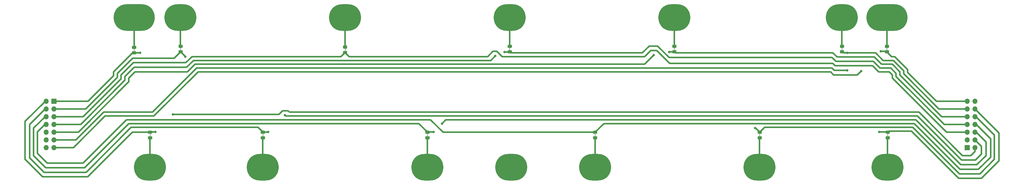
<source format=gbr>
%TF.GenerationSoftware,KiCad,Pcbnew,(5.1.9-0-10_14)*%
%TF.CreationDate,2022-08-31T22:56:09-04:00*%
%TF.ProjectId,47AhFoMoCo,34374168-466f-44d6-9f43-6f2e6b696361,rev?*%
%TF.SameCoordinates,Original*%
%TF.FileFunction,Copper,L2,Bot*%
%TF.FilePolarity,Positive*%
%FSLAX46Y46*%
G04 Gerber Fmt 4.6, Leading zero omitted, Abs format (unit mm)*
G04 Created by KiCad (PCBNEW (5.1.9-0-10_14)) date 2022-08-31 22:56:09*
%MOMM*%
%LPD*%
G01*
G04 APERTURE LIST*
%TA.AperFunction,ComponentPad*%
%ADD10R,1.700000X1.700000*%
%TD*%
%TA.AperFunction,ComponentPad*%
%ADD11O,1.700000X1.700000*%
%TD*%
%TA.AperFunction,ComponentPad*%
%ADD12O,10.500000X8.750000*%
%TD*%
%TA.AperFunction,ComponentPad*%
%ADD13O,13.500000X8.750000*%
%TD*%
%TA.AperFunction,ViaPad*%
%ADD14C,0.800000*%
%TD*%
%TA.AperFunction,Conductor*%
%ADD15C,0.200000*%
%TD*%
%TA.AperFunction,Conductor*%
%ADD16C,0.500000*%
%TD*%
G04 APERTURE END LIST*
%TO.P,R2,2*%
%TO.N,/CELL01p*%
%TA.AperFunction,SMDPad,CuDef*%
G36*
G01*
X75299998Y-120900000D02*
X76200002Y-120900000D01*
G75*
G02*
X76450000Y-121149998I0J-249998D01*
G01*
X76450000Y-121675002D01*
G75*
G02*
X76200002Y-121925000I-249998J0D01*
G01*
X75299998Y-121925000D01*
G75*
G02*
X75050000Y-121675002I0J249998D01*
G01*
X75050000Y-121149998D01*
G75*
G02*
X75299998Y-120900000I249998J0D01*
G01*
G37*
%TD.AperFunction*%
%TO.P,R2,1*%
%TO.N,/CELL01p_CONN*%
%TA.AperFunction,SMDPad,CuDef*%
G36*
G01*
X75299998Y-119075000D02*
X76200002Y-119075000D01*
G75*
G02*
X76450000Y-119324998I0J-249998D01*
G01*
X76450000Y-119850002D01*
G75*
G02*
X76200002Y-120100000I-249998J0D01*
G01*
X75299998Y-120100000D01*
G75*
G02*
X75050000Y-119850002I0J249998D01*
G01*
X75050000Y-119324998D01*
G75*
G02*
X75299998Y-119075000I249998J0D01*
G01*
G37*
%TD.AperFunction*%
%TD*%
%TO.P,R1,1*%
%TO.N,/CELL01n_CONN*%
%TA.AperFunction,SMDPad,CuDef*%
G36*
G01*
X70950002Y-94012500D02*
X70049998Y-94012500D01*
G75*
G02*
X69800000Y-93762502I0J249998D01*
G01*
X69800000Y-93237498D01*
G75*
G02*
X70049998Y-92987500I249998J0D01*
G01*
X70950002Y-92987500D01*
G75*
G02*
X71200000Y-93237498I0J-249998D01*
G01*
X71200000Y-93762502D01*
G75*
G02*
X70950002Y-94012500I-249998J0D01*
G01*
G37*
%TD.AperFunction*%
%TO.P,R1,2*%
%TO.N,/CELL01n*%
%TA.AperFunction,SMDPad,CuDef*%
G36*
G01*
X70950002Y-92187500D02*
X70049998Y-92187500D01*
G75*
G02*
X69800000Y-91937502I0J249998D01*
G01*
X69800000Y-91412498D01*
G75*
G02*
X70049998Y-91162500I249998J0D01*
G01*
X70950002Y-91162500D01*
G75*
G02*
X71200000Y-91412498I0J-249998D01*
G01*
X71200000Y-91937502D01*
G75*
G02*
X70950002Y-92187500I-249998J0D01*
G01*
G37*
%TD.AperFunction*%
%TD*%
%TO.P,R3,1*%
%TO.N,/CELL02p_CONN*%
%TA.AperFunction,SMDPad,CuDef*%
G36*
G01*
X86200002Y-93675000D02*
X85299998Y-93675000D01*
G75*
G02*
X85050000Y-93425002I0J249998D01*
G01*
X85050000Y-92899998D01*
G75*
G02*
X85299998Y-92650000I249998J0D01*
G01*
X86200002Y-92650000D01*
G75*
G02*
X86450000Y-92899998I0J-249998D01*
G01*
X86450000Y-93425002D01*
G75*
G02*
X86200002Y-93675000I-249998J0D01*
G01*
G37*
%TD.AperFunction*%
%TO.P,R3,2*%
%TO.N,/CELL02p*%
%TA.AperFunction,SMDPad,CuDef*%
G36*
G01*
X86200002Y-91850000D02*
X85299998Y-91850000D01*
G75*
G02*
X85050000Y-91600002I0J249998D01*
G01*
X85050000Y-91074998D01*
G75*
G02*
X85299998Y-90825000I249998J0D01*
G01*
X86200002Y-90825000D01*
G75*
G02*
X86450000Y-91074998I0J-249998D01*
G01*
X86450000Y-91600002D01*
G75*
G02*
X86200002Y-91850000I-249998J0D01*
G01*
G37*
%TD.AperFunction*%
%TD*%
%TO.P,R4,2*%
%TO.N,/CELL03p*%
%TA.AperFunction,SMDPad,CuDef*%
G36*
G01*
X112299998Y-120900000D02*
X113200002Y-120900000D01*
G75*
G02*
X113450000Y-121149998I0J-249998D01*
G01*
X113450000Y-121675002D01*
G75*
G02*
X113200002Y-121925000I-249998J0D01*
G01*
X112299998Y-121925000D01*
G75*
G02*
X112050000Y-121675002I0J249998D01*
G01*
X112050000Y-121149998D01*
G75*
G02*
X112299998Y-120900000I249998J0D01*
G01*
G37*
%TD.AperFunction*%
%TO.P,R4,1*%
%TO.N,/CELL03p_CONN*%
%TA.AperFunction,SMDPad,CuDef*%
G36*
G01*
X112299998Y-119075000D02*
X113200002Y-119075000D01*
G75*
G02*
X113450000Y-119324998I0J-249998D01*
G01*
X113450000Y-119850002D01*
G75*
G02*
X113200002Y-120100000I-249998J0D01*
G01*
X112299998Y-120100000D01*
G75*
G02*
X112050000Y-119850002I0J249998D01*
G01*
X112050000Y-119324998D01*
G75*
G02*
X112299998Y-119075000I249998J0D01*
G01*
G37*
%TD.AperFunction*%
%TD*%
%TO.P,R5,1*%
%TO.N,/CELL04p_CONN*%
%TA.AperFunction,SMDPad,CuDef*%
G36*
G01*
X140162502Y-93925000D02*
X139262498Y-93925000D01*
G75*
G02*
X139012500Y-93675002I0J249998D01*
G01*
X139012500Y-93149998D01*
G75*
G02*
X139262498Y-92900000I249998J0D01*
G01*
X140162502Y-92900000D01*
G75*
G02*
X140412500Y-93149998I0J-249998D01*
G01*
X140412500Y-93675002D01*
G75*
G02*
X140162502Y-93925000I-249998J0D01*
G01*
G37*
%TD.AperFunction*%
%TO.P,R5,2*%
%TO.N,/CELL04p*%
%TA.AperFunction,SMDPad,CuDef*%
G36*
G01*
X140162502Y-92100000D02*
X139262498Y-92100000D01*
G75*
G02*
X139012500Y-91850002I0J249998D01*
G01*
X139012500Y-91324998D01*
G75*
G02*
X139262498Y-91075000I249998J0D01*
G01*
X140162502Y-91075000D01*
G75*
G02*
X140412500Y-91324998I0J-249998D01*
G01*
X140412500Y-91850002D01*
G75*
G02*
X140162502Y-92100000I-249998J0D01*
G01*
G37*
%TD.AperFunction*%
%TD*%
%TO.P,R6,2*%
%TO.N,/CELL05p*%
%TA.AperFunction,SMDPad,CuDef*%
G36*
G01*
X166299998Y-120900000D02*
X167200002Y-120900000D01*
G75*
G02*
X167450000Y-121149998I0J-249998D01*
G01*
X167450000Y-121675002D01*
G75*
G02*
X167200002Y-121925000I-249998J0D01*
G01*
X166299998Y-121925000D01*
G75*
G02*
X166050000Y-121675002I0J249998D01*
G01*
X166050000Y-121149998D01*
G75*
G02*
X166299998Y-120900000I249998J0D01*
G01*
G37*
%TD.AperFunction*%
%TO.P,R6,1*%
%TO.N,/CELL05p_CONN*%
%TA.AperFunction,SMDPad,CuDef*%
G36*
G01*
X166299998Y-119075000D02*
X167200002Y-119075000D01*
G75*
G02*
X167450000Y-119324998I0J-249998D01*
G01*
X167450000Y-119850002D01*
G75*
G02*
X167200002Y-120100000I-249998J0D01*
G01*
X166299998Y-120100000D01*
G75*
G02*
X166050000Y-119850002I0J249998D01*
G01*
X166050000Y-119324998D01*
G75*
G02*
X166299998Y-119075000I249998J0D01*
G01*
G37*
%TD.AperFunction*%
%TD*%
%TO.P,R7,1*%
%TO.N,/CELL06p_CONN*%
%TA.AperFunction,SMDPad,CuDef*%
G36*
G01*
X194200002Y-93675000D02*
X193299998Y-93675000D01*
G75*
G02*
X193050000Y-93425002I0J249998D01*
G01*
X193050000Y-92899998D01*
G75*
G02*
X193299998Y-92650000I249998J0D01*
G01*
X194200002Y-92650000D01*
G75*
G02*
X194450000Y-92899998I0J-249998D01*
G01*
X194450000Y-93425002D01*
G75*
G02*
X194200002Y-93675000I-249998J0D01*
G01*
G37*
%TD.AperFunction*%
%TO.P,R7,2*%
%TO.N,/CELL06p*%
%TA.AperFunction,SMDPad,CuDef*%
G36*
G01*
X194200002Y-91850000D02*
X193299998Y-91850000D01*
G75*
G02*
X193050000Y-91600002I0J249998D01*
G01*
X193050000Y-91074998D01*
G75*
G02*
X193299998Y-90825000I249998J0D01*
G01*
X194200002Y-90825000D01*
G75*
G02*
X194450000Y-91074998I0J-249998D01*
G01*
X194450000Y-91600002D01*
G75*
G02*
X194200002Y-91850000I-249998J0D01*
G01*
G37*
%TD.AperFunction*%
%TD*%
D10*
%TO.P,J13,1*%
%TO.N,/CELL01n_CONN*%
X343790000Y-124630000D03*
D11*
%TO.P,J13,2*%
%TO.N,/CELL01p_CONN*%
X346330000Y-124630000D03*
%TO.P,J13,3*%
%TO.N,/CELL02p_CONN*%
X343790000Y-122090000D03*
%TO.P,J13,4*%
%TO.N,/CELL03p_CONN*%
X346330000Y-122090000D03*
%TO.P,J13,5*%
%TO.N,/CELL04p_CONN*%
X343790000Y-119550000D03*
%TO.P,J13,6*%
%TO.N,/CELL05p_CONN*%
X346330000Y-119550000D03*
%TO.P,J13,7*%
%TO.N,/CELL06p_CONN*%
X343790000Y-117010000D03*
%TO.P,J13,8*%
%TO.N,/CELL07p_CONN*%
X346330000Y-117010000D03*
%TO.P,J13,9*%
%TO.N,/CELL08p_CONN*%
X343790000Y-114470000D03*
%TO.P,J13,10*%
%TO.N,/CELL09p_CONN*%
X346330000Y-114470000D03*
%TO.P,J13,11*%
%TO.N,/CELL10p_CONN*%
X343790000Y-111930000D03*
%TO.P,J13,12*%
%TO.N,/CELL11p_CONN*%
X346330000Y-111930000D03*
%TO.P,J13,13*%
%TO.N,/CELL12p_CONN*%
X343790000Y-109390000D03*
%TO.P,J13,14*%
%TO.N,Net-(J13-Pad14)*%
X346330000Y-109390000D03*
%TD*%
%TO.P,J14,14*%
%TO.N,Net-(J14-Pad14)*%
X41670000Y-124630000D03*
%TO.P,J14,13*%
%TO.N,/CELL12p_CONN*%
X44210000Y-124630000D03*
%TO.P,J14,12*%
%TO.N,/CELL11p_CONN*%
X41670000Y-122090000D03*
%TO.P,J14,11*%
%TO.N,/CELL10p_CONN*%
X44210000Y-122090000D03*
%TO.P,J14,10*%
%TO.N,/CELL09p_CONN*%
X41670000Y-119550000D03*
%TO.P,J14,9*%
%TO.N,/CELL08p_CONN*%
X44210000Y-119550000D03*
%TO.P,J14,8*%
%TO.N,/CELL07p_CONN*%
X41670000Y-117010000D03*
%TO.P,J14,7*%
%TO.N,/CELL06p_CONN*%
X44210000Y-117010000D03*
%TO.P,J14,6*%
%TO.N,/CELL05p_CONN*%
X41670000Y-114470000D03*
%TO.P,J14,5*%
%TO.N,/CELL04p_CONN*%
X44210000Y-114470000D03*
%TO.P,J14,4*%
%TO.N,/CELL03p_CONN*%
X41670000Y-111930000D03*
%TO.P,J14,3*%
%TO.N,/CELL02p_CONN*%
X44210000Y-111930000D03*
%TO.P,J14,2*%
%TO.N,/CELL01p_CONN*%
X41670000Y-109390000D03*
D10*
%TO.P,J14,1*%
%TO.N,/CELL01n_CONN*%
X44210000Y-109390000D03*
%TD*%
D12*
%TO.P,J10p1,1*%
%TO.N,/CELL10p*%
X302700000Y-81900000D03*
%TD*%
%TO.P,J11p1,1*%
%TO.N,/CELL11p*%
X317700000Y-131100000D03*
%TD*%
D13*
%TO.P,J12p1,1*%
%TO.N,/CELL12p*%
X317500000Y-81900000D03*
%TD*%
%TO.P,J1n1,1*%
%TO.N,/CELL01n*%
X70500000Y-81900000D03*
%TD*%
D12*
%TO.P,J1p1,1*%
%TO.N,/CELL01p*%
X75700000Y-131100000D03*
%TD*%
%TO.P,J2p1,1*%
%TO.N,/CELL02p*%
X85700000Y-81900000D03*
%TD*%
%TO.P,J3p1,1*%
%TO.N,/CELL03p*%
X112700000Y-131100000D03*
%TD*%
%TO.P,J4p1,1*%
%TO.N,/CELL04p*%
X139700000Y-81900000D03*
%TD*%
%TO.P,J5p1,1*%
%TO.N,/CELL05p*%
X166700000Y-131100000D03*
%TD*%
%TO.P,J6p1,1*%
%TO.N,/CELL06p*%
X193700000Y-81900000D03*
%TD*%
%TO.P,J7p1,1*%
%TO.N,/CELL07p*%
X221700000Y-131100000D03*
%TD*%
%TO.P,J8p1,1*%
%TO.N,/CELL08p*%
X247700000Y-81900000D03*
%TD*%
%TO.P,J9p1,1*%
%TO.N,/CELL09p*%
X275700000Y-131100000D03*
%TD*%
%TO.P,R8,2*%
%TO.N,/CELL07p*%
%TA.AperFunction,SMDPad,CuDef*%
G36*
G01*
X221299998Y-120900000D02*
X222200002Y-120900000D01*
G75*
G02*
X222450000Y-121149998I0J-249998D01*
G01*
X222450000Y-121675002D01*
G75*
G02*
X222200002Y-121925000I-249998J0D01*
G01*
X221299998Y-121925000D01*
G75*
G02*
X221050000Y-121675002I0J249998D01*
G01*
X221050000Y-121149998D01*
G75*
G02*
X221299998Y-120900000I249998J0D01*
G01*
G37*
%TD.AperFunction*%
%TO.P,R8,1*%
%TO.N,/CELL07p_CONN*%
%TA.AperFunction,SMDPad,CuDef*%
G36*
G01*
X221299998Y-119075000D02*
X222200002Y-119075000D01*
G75*
G02*
X222450000Y-119324998I0J-249998D01*
G01*
X222450000Y-119850002D01*
G75*
G02*
X222200002Y-120100000I-249998J0D01*
G01*
X221299998Y-120100000D01*
G75*
G02*
X221050000Y-119850002I0J249998D01*
G01*
X221050000Y-119324998D01*
G75*
G02*
X221299998Y-119075000I249998J0D01*
G01*
G37*
%TD.AperFunction*%
%TD*%
%TO.P,R9,1*%
%TO.N,/CELL08p_CONN*%
%TA.AperFunction,SMDPad,CuDef*%
G36*
G01*
X248200002Y-93675000D02*
X247299998Y-93675000D01*
G75*
G02*
X247050000Y-93425002I0J249998D01*
G01*
X247050000Y-92899998D01*
G75*
G02*
X247299998Y-92650000I249998J0D01*
G01*
X248200002Y-92650000D01*
G75*
G02*
X248450000Y-92899998I0J-249998D01*
G01*
X248450000Y-93425002D01*
G75*
G02*
X248200002Y-93675000I-249998J0D01*
G01*
G37*
%TD.AperFunction*%
%TO.P,R9,2*%
%TO.N,/CELL08p*%
%TA.AperFunction,SMDPad,CuDef*%
G36*
G01*
X248200002Y-91850000D02*
X247299998Y-91850000D01*
G75*
G02*
X247050000Y-91600002I0J249998D01*
G01*
X247050000Y-91074998D01*
G75*
G02*
X247299998Y-90825000I249998J0D01*
G01*
X248200002Y-90825000D01*
G75*
G02*
X248450000Y-91074998I0J-249998D01*
G01*
X248450000Y-91600002D01*
G75*
G02*
X248200002Y-91850000I-249998J0D01*
G01*
G37*
%TD.AperFunction*%
%TD*%
%TO.P,R10,2*%
%TO.N,/CELL09p*%
%TA.AperFunction,SMDPad,CuDef*%
G36*
G01*
X275299998Y-120900000D02*
X276200002Y-120900000D01*
G75*
G02*
X276450000Y-121149998I0J-249998D01*
G01*
X276450000Y-121675002D01*
G75*
G02*
X276200002Y-121925000I-249998J0D01*
G01*
X275299998Y-121925000D01*
G75*
G02*
X275050000Y-121675002I0J249998D01*
G01*
X275050000Y-121149998D01*
G75*
G02*
X275299998Y-120900000I249998J0D01*
G01*
G37*
%TD.AperFunction*%
%TO.P,R10,1*%
%TO.N,/CELL09p_CONN*%
%TA.AperFunction,SMDPad,CuDef*%
G36*
G01*
X275299998Y-119075000D02*
X276200002Y-119075000D01*
G75*
G02*
X276450000Y-119324998I0J-249998D01*
G01*
X276450000Y-119850002D01*
G75*
G02*
X276200002Y-120100000I-249998J0D01*
G01*
X275299998Y-120100000D01*
G75*
G02*
X275050000Y-119850002I0J249998D01*
G01*
X275050000Y-119324998D01*
G75*
G02*
X275299998Y-119075000I249998J0D01*
G01*
G37*
%TD.AperFunction*%
%TD*%
%TO.P,R11,1*%
%TO.N,/CELL10p_CONN*%
%TA.AperFunction,SMDPad,CuDef*%
G36*
G01*
X303200002Y-93675000D02*
X302299998Y-93675000D01*
G75*
G02*
X302050000Y-93425002I0J249998D01*
G01*
X302050000Y-92899998D01*
G75*
G02*
X302299998Y-92650000I249998J0D01*
G01*
X303200002Y-92650000D01*
G75*
G02*
X303450000Y-92899998I0J-249998D01*
G01*
X303450000Y-93425002D01*
G75*
G02*
X303200002Y-93675000I-249998J0D01*
G01*
G37*
%TD.AperFunction*%
%TO.P,R11,2*%
%TO.N,/CELL10p*%
%TA.AperFunction,SMDPad,CuDef*%
G36*
G01*
X303200002Y-91850000D02*
X302299998Y-91850000D01*
G75*
G02*
X302050000Y-91600002I0J249998D01*
G01*
X302050000Y-91074998D01*
G75*
G02*
X302299998Y-90825000I249998J0D01*
G01*
X303200002Y-90825000D01*
G75*
G02*
X303450000Y-91074998I0J-249998D01*
G01*
X303450000Y-91600002D01*
G75*
G02*
X303200002Y-91850000I-249998J0D01*
G01*
G37*
%TD.AperFunction*%
%TD*%
%TO.P,R12,2*%
%TO.N,/CELL11p*%
%TA.AperFunction,SMDPad,CuDef*%
G36*
G01*
X317299998Y-120900000D02*
X318200002Y-120900000D01*
G75*
G02*
X318450000Y-121149998I0J-249998D01*
G01*
X318450000Y-121675002D01*
G75*
G02*
X318200002Y-121925000I-249998J0D01*
G01*
X317299998Y-121925000D01*
G75*
G02*
X317050000Y-121675002I0J249998D01*
G01*
X317050000Y-121149998D01*
G75*
G02*
X317299998Y-120900000I249998J0D01*
G01*
G37*
%TD.AperFunction*%
%TO.P,R12,1*%
%TO.N,/CELL11p_CONN*%
%TA.AperFunction,SMDPad,CuDef*%
G36*
G01*
X317299998Y-119075000D02*
X318200002Y-119075000D01*
G75*
G02*
X318450000Y-119324998I0J-249998D01*
G01*
X318450000Y-119850002D01*
G75*
G02*
X318200002Y-120100000I-249998J0D01*
G01*
X317299998Y-120100000D01*
G75*
G02*
X317050000Y-119850002I0J249998D01*
G01*
X317050000Y-119324998D01*
G75*
G02*
X317299998Y-119075000I249998J0D01*
G01*
G37*
%TD.AperFunction*%
%TD*%
%TO.P,R13,1*%
%TO.N,/CELL12p_CONN*%
%TA.AperFunction,SMDPad,CuDef*%
G36*
G01*
X317950002Y-93675000D02*
X317049998Y-93675000D01*
G75*
G02*
X316800000Y-93425002I0J249998D01*
G01*
X316800000Y-92899998D01*
G75*
G02*
X317049998Y-92650000I249998J0D01*
G01*
X317950002Y-92650000D01*
G75*
G02*
X318200000Y-92899998I0J-249998D01*
G01*
X318200000Y-93425002D01*
G75*
G02*
X317950002Y-93675000I-249998J0D01*
G01*
G37*
%TD.AperFunction*%
%TO.P,R13,2*%
%TO.N,/CELL12p*%
%TA.AperFunction,SMDPad,CuDef*%
G36*
G01*
X317950002Y-91850000D02*
X317049998Y-91850000D01*
G75*
G02*
X316800000Y-91600002I0J249998D01*
G01*
X316800000Y-91074998D01*
G75*
G02*
X317049998Y-90825000I249998J0D01*
G01*
X317950002Y-90825000D01*
G75*
G02*
X318200000Y-91074998I0J-249998D01*
G01*
X318200000Y-91600002D01*
G75*
G02*
X317950002Y-91850000I-249998J0D01*
G01*
G37*
%TD.AperFunction*%
%TD*%
%TO.P,J_MECH_1,1*%
%TO.N,Net-(J_MECH_1-Pad1)*%
X194200000Y-131100000D03*
%TD*%
D14*
%TO.N,/CELL01n_CONN*%
X72500000Y-93500000D03*
%TO.N,/CELL01p_CONN*%
X77500000Y-119500000D03*
X83250000Y-113750000D03*
%TO.N,/CELL02p_CONN*%
X87250000Y-94750000D03*
%TO.N,/CELL03p_CONN*%
X114500000Y-119500000D03*
X120000000Y-114000000D03*
%TO.N,/CELL05p_CONN*%
X168750000Y-119500000D03*
X171500000Y-116750000D03*
%TO.N,/CELL06p_CONN*%
X192000000Y-93250000D03*
X189000000Y-94500000D03*
%TO.N,/CELL08p_CONN*%
X246000000Y-93250000D03*
X241000000Y-94249998D03*
%TO.N,/CELL09p_CONN*%
X274250000Y-118250000D03*
%TO.N,/CELL10p_CONN*%
X304500000Y-99250000D03*
X304500000Y-93500000D03*
%TO.N,/CELL11p_CONN*%
X315000000Y-119500000D03*
%TO.N,/CELL12p_CONN*%
X309000000Y-99500000D03*
X315500000Y-93000000D03*
%TD*%
D15*
%TO.N,*%
X317500000Y-93000000D02*
X317500000Y-91500000D01*
X70500000Y-93500000D02*
X70500000Y-92000000D01*
X317750000Y-121250000D02*
X317750000Y-119750000D01*
X302750000Y-93000000D02*
X302750000Y-91500000D01*
X247750000Y-93000000D02*
X247750000Y-91500000D01*
X221750000Y-121250000D02*
X221750000Y-119750000D01*
X275750000Y-121250000D02*
X275750000Y-119750000D01*
X75750000Y-121000000D02*
X75750000Y-119500000D01*
X85750000Y-93000000D02*
X85750000Y-91500000D01*
X112750000Y-121250000D02*
X112750000Y-119750000D01*
X166750000Y-121250000D02*
X166750000Y-119750000D01*
X139750000Y-93250000D02*
X139750000Y-91750000D01*
X193750000Y-93000000D02*
X193750000Y-91500000D01*
D16*
%TO.N,/CELL01n_CONN*%
X63750000Y-99750000D02*
X70000000Y-93500000D01*
X63750000Y-101000000D02*
X63750000Y-99750000D01*
X55360000Y-109390000D02*
X63750000Y-101000000D01*
X70000000Y-93500000D02*
X70500000Y-93500000D01*
X44210000Y-109390000D02*
X55360000Y-109390000D01*
X70500000Y-93500000D02*
X72500000Y-93500000D01*
%TO.N,/CELL01p_CONN*%
X75837500Y-119500000D02*
X75750000Y-119587500D01*
X77500000Y-119500000D02*
X75837500Y-119500000D01*
X118000000Y-113750000D02*
X83250000Y-113750000D01*
X119250000Y-112500000D02*
X118000000Y-113750000D01*
X121000000Y-112500000D02*
X119250000Y-112500000D01*
X121500000Y-113000000D02*
X121000000Y-112500000D01*
X328000000Y-113000000D02*
X121500000Y-113000000D01*
X345000000Y-127250000D02*
X342250000Y-127250000D01*
X342250000Y-127250000D02*
X328000000Y-113000000D01*
X346330000Y-125920000D02*
X345000000Y-127250000D01*
X346330000Y-124630000D02*
X346330000Y-125920000D01*
X69912500Y-119587500D02*
X75750000Y-119587500D01*
X55250000Y-134250000D02*
X69912500Y-119587500D01*
X41670000Y-109390000D02*
X41360000Y-109390000D01*
X41360000Y-109390000D02*
X34750000Y-116000000D01*
X40500000Y-134250000D02*
X55250000Y-134250000D01*
X34750000Y-128500000D02*
X40500000Y-134250000D01*
X34750000Y-116000000D02*
X34750000Y-128500000D01*
%TO.N,/CELL02p_CONN*%
X87250000Y-94662500D02*
X87250000Y-94750000D01*
X85750000Y-93162500D02*
X87250000Y-94662500D01*
X83662500Y-95250000D02*
X85750000Y-93162500D01*
X70000000Y-95250000D02*
X83662500Y-95250000D01*
X65000000Y-101500000D02*
X65000000Y-100250000D01*
X54570000Y-111930000D02*
X65000000Y-101500000D01*
X65000000Y-100250000D02*
X70000000Y-95250000D01*
X44210000Y-111930000D02*
X54570000Y-111930000D01*
%TO.N,/CELL03p_CONN*%
X114412500Y-119587500D02*
X114500000Y-119500000D01*
X112750000Y-119587500D02*
X114412500Y-119587500D01*
X327500000Y-114250000D02*
X120250000Y-114250000D01*
X120250000Y-114250000D02*
X120000000Y-114000000D01*
X342000000Y-128750000D02*
X327500000Y-114250000D01*
X346500000Y-128750000D02*
X342000000Y-128750000D01*
X348500000Y-126750000D02*
X346500000Y-128750000D01*
X348500000Y-124260000D02*
X348500000Y-126750000D01*
X346330000Y-122090000D02*
X348500000Y-124260000D01*
X69500000Y-118000000D02*
X111162500Y-118000000D01*
X54750000Y-132750000D02*
X69500000Y-118000000D01*
X41000000Y-132750000D02*
X54750000Y-132750000D01*
X36250000Y-128000000D02*
X41000000Y-132750000D01*
X36250000Y-117000000D02*
X36250000Y-128000000D01*
X41320000Y-111930000D02*
X36250000Y-117000000D01*
X111162500Y-118000000D02*
X112750000Y-119587500D01*
X41670000Y-111930000D02*
X41320000Y-111930000D01*
%TO.N,/CELL04p_CONN*%
X138375000Y-94750000D02*
X139712500Y-93412500D01*
X89500000Y-94750000D02*
X138375000Y-94750000D01*
X87500000Y-96750000D02*
X89500000Y-94750000D01*
X66250000Y-100750000D02*
X70250000Y-96750000D01*
X44210000Y-114470000D02*
X53780000Y-114470000D01*
X66250000Y-102000000D02*
X66250000Y-100750000D01*
X70250000Y-96750000D02*
X87500000Y-96750000D01*
X53780000Y-114470000D02*
X66250000Y-102000000D01*
X141050000Y-94750000D02*
X139712500Y-93412500D01*
X186500000Y-94750000D02*
X141050000Y-94750000D01*
X188250000Y-93000000D02*
X186500000Y-94750000D01*
X191250000Y-94750000D02*
X189500000Y-93000000D01*
X238000000Y-94750000D02*
X191250000Y-94750000D01*
X240000000Y-92750000D02*
X238000000Y-94750000D01*
X189500000Y-93000000D02*
X188250000Y-93000000D01*
X318250000Y-99750000D02*
X314750000Y-99750000D01*
X319250000Y-100750000D02*
X318250000Y-99750000D01*
X241937500Y-92750000D02*
X240000000Y-92750000D01*
X314750000Y-99750000D02*
X312750000Y-97750000D01*
X319250000Y-101750000D02*
X319250000Y-100750000D01*
X299750000Y-97000000D02*
X246187500Y-97000000D01*
X337050000Y-119550000D02*
X319250000Y-101750000D01*
X312750000Y-97750000D02*
X300500000Y-97750000D01*
X300500000Y-97750000D02*
X299750000Y-97000000D01*
X246187500Y-97000000D02*
X241937500Y-92750000D01*
X343790000Y-119550000D02*
X337050000Y-119550000D01*
%TO.N,/CELL05p_CONN*%
X166837500Y-119500000D02*
X166750000Y-119587500D01*
X168750000Y-119500000D02*
X166837500Y-119500000D01*
X172750000Y-115500000D02*
X174250000Y-115500000D01*
X171500000Y-116750000D02*
X172750000Y-115500000D01*
X174250000Y-115500000D02*
X174000000Y-115500000D01*
X341750000Y-130250000D02*
X327000000Y-115500000D01*
X327000000Y-115500000D02*
X174250000Y-115500000D01*
X350000000Y-122750000D02*
X350000000Y-127250000D01*
X350000000Y-127250000D02*
X347000000Y-130250000D01*
X346800000Y-119550000D02*
X350000000Y-122750000D01*
X347000000Y-130250000D02*
X341750000Y-130250000D01*
X346330000Y-119550000D02*
X346800000Y-119550000D01*
X163912500Y-116750000D02*
X166750000Y-119587500D01*
X68750000Y-116750000D02*
X163912500Y-116750000D01*
X37500000Y-127250000D02*
X41500000Y-131250000D01*
X41500000Y-131250000D02*
X54250000Y-131250000D01*
X54250000Y-131250000D02*
X68750000Y-116750000D01*
X37500000Y-118250000D02*
X37500000Y-127250000D01*
X41280000Y-114470000D02*
X37500000Y-118250000D01*
X41670000Y-114470000D02*
X41280000Y-114470000D01*
%TO.N,/CELL06p_CONN*%
X193662500Y-93250000D02*
X193750000Y-93162500D01*
X192000000Y-93250000D02*
X193662500Y-93250000D01*
X194087500Y-93500000D02*
X193750000Y-93162500D01*
X336260000Y-117010000D02*
X320500000Y-101250000D01*
X242250000Y-91250000D02*
X239500000Y-91250000D01*
X237250000Y-93500000D02*
X194087500Y-93500000D01*
X246000000Y-95000000D02*
X242250000Y-91250000D01*
X239500000Y-91250000D02*
X237250000Y-93500000D01*
X299500000Y-95000000D02*
X246000000Y-95000000D01*
X318750000Y-98500000D02*
X315250000Y-98500000D01*
X300750000Y-96250000D02*
X299500000Y-95000000D01*
X315250000Y-98500000D02*
X313000000Y-96250000D01*
X313000000Y-96250000D02*
X300750000Y-96250000D01*
X320500000Y-100250000D02*
X318750000Y-98500000D01*
X320500000Y-101250000D02*
X320500000Y-100250000D01*
X343790000Y-117010000D02*
X336260000Y-117010000D01*
X187500000Y-96000000D02*
X189000000Y-94500000D01*
X70500000Y-98250000D02*
X87750000Y-98250000D01*
X67500000Y-101250000D02*
X70500000Y-98250000D01*
X67500000Y-102500000D02*
X67500000Y-101250000D01*
X52990000Y-117010000D02*
X67500000Y-102500000D01*
X90000000Y-96000000D02*
X187500000Y-96000000D01*
X87750000Y-98250000D02*
X90000000Y-96000000D01*
X44210000Y-117010000D02*
X52990000Y-117010000D01*
%TO.N,/CELL07p_CONN*%
X224587500Y-116750000D02*
X221750000Y-119587500D01*
X326500000Y-116750000D02*
X224587500Y-116750000D01*
X341500000Y-131750000D02*
X326500000Y-116750000D01*
X347500000Y-131750000D02*
X341500000Y-131750000D01*
X346330000Y-117010000D02*
X346760000Y-117010000D01*
X351500000Y-121750000D02*
X351500000Y-127750000D01*
X351500000Y-127750000D02*
X347500000Y-131750000D01*
X346760000Y-117010000D02*
X351500000Y-121750000D01*
X171837500Y-119587500D02*
X221750000Y-119587500D01*
X167750000Y-115500000D02*
X171837500Y-119587500D01*
X68000000Y-115500000D02*
X167750000Y-115500000D01*
X42000000Y-129750000D02*
X53750000Y-129750000D01*
X38750000Y-126500000D02*
X42000000Y-129750000D01*
X38750000Y-119500000D02*
X38750000Y-126500000D01*
X53750000Y-129750000D02*
X68000000Y-115500000D01*
X41240000Y-117010000D02*
X38750000Y-119500000D01*
X41670000Y-117010000D02*
X41240000Y-117010000D01*
%TO.N,/CELL08p_CONN*%
X246087500Y-93162500D02*
X246000000Y-93250000D01*
X247750000Y-93162500D02*
X246087500Y-93162500D01*
X299750000Y-93500000D02*
X248087500Y-93500000D01*
X301125000Y-94875000D02*
X299750000Y-93500000D01*
X248087500Y-93500000D02*
X247750000Y-93162500D01*
X315750000Y-97250000D02*
X313375000Y-94875000D01*
X319250000Y-97250000D02*
X315750000Y-97250000D01*
X335470000Y-114470000D02*
X321750000Y-100750000D01*
X321750000Y-99750000D02*
X319250000Y-97250000D01*
X313375000Y-94875000D02*
X301125000Y-94875000D01*
X321750000Y-100750000D02*
X321750000Y-99750000D01*
X343790000Y-114470000D02*
X335470000Y-114470000D01*
X237999998Y-97250000D02*
X241000000Y-94249998D01*
X70750000Y-99750000D02*
X88000000Y-99750000D01*
X68750000Y-103000000D02*
X68750000Y-101750000D01*
X52200000Y-119550000D02*
X68750000Y-103000000D01*
X88000000Y-99750000D02*
X90500000Y-97250000D01*
X68750000Y-101750000D02*
X70750000Y-99750000D01*
X90500000Y-97250000D02*
X237999998Y-97250000D01*
X44210000Y-119550000D02*
X52200000Y-119550000D01*
%TO.N,/CELL09p_CONN*%
X275662500Y-119500000D02*
X275750000Y-119587500D01*
X274412500Y-118250000D02*
X275750000Y-119587500D01*
X274250000Y-118250000D02*
X274412500Y-118250000D01*
X277337500Y-118000000D02*
X275750000Y-119587500D01*
X341250000Y-133250000D02*
X326000000Y-118000000D01*
X326000000Y-118000000D02*
X277337500Y-118000000D01*
X348000000Y-133250000D02*
X341250000Y-133250000D01*
X352750000Y-120500000D02*
X352750000Y-128500000D01*
X346720000Y-114470000D02*
X352750000Y-120500000D01*
X352750000Y-128500000D02*
X348000000Y-133250000D01*
X346330000Y-114470000D02*
X346720000Y-114470000D01*
%TO.N,/CELL10p_CONN*%
X303087500Y-93500000D02*
X302750000Y-93162500D01*
X316250000Y-96000000D02*
X313750000Y-93500000D01*
X323000000Y-100375000D02*
X323000000Y-99375000D01*
X323000000Y-99375000D02*
X319625000Y-96000000D01*
X334555000Y-111930000D02*
X323000000Y-100375000D01*
X319625000Y-96000000D02*
X316250000Y-96000000D01*
X343790000Y-111930000D02*
X334555000Y-111930000D01*
X304500000Y-93500000D02*
X303087500Y-93500000D01*
X313750000Y-93500000D02*
X304500000Y-93500000D01*
X299500000Y-98500000D02*
X300250000Y-99250000D01*
X300250000Y-99250000D02*
X304500000Y-99250000D01*
X60500000Y-113000000D02*
X76500000Y-113000000D01*
X91000000Y-98500000D02*
X299500000Y-98500000D01*
X76500000Y-113000000D02*
X91000000Y-98500000D01*
X51410000Y-122090000D02*
X60500000Y-113000000D01*
X44210000Y-122090000D02*
X51410000Y-122090000D01*
%TO.N,/CELL11p_CONN*%
X317662500Y-119500000D02*
X317750000Y-119587500D01*
X315000000Y-119500000D02*
X317662500Y-119500000D01*
X354250000Y-129000000D02*
X354250000Y-119850000D01*
X348500000Y-134750000D02*
X354250000Y-129000000D01*
X341000000Y-134750000D02*
X348500000Y-134750000D01*
X325500000Y-119250000D02*
X341000000Y-134750000D01*
X354250000Y-119850000D02*
X346330000Y-111930000D01*
X318087500Y-119250000D02*
X325500000Y-119250000D01*
X317750000Y-119587500D02*
X318087500Y-119250000D01*
%TO.N,/CELL12p_CONN*%
X317337500Y-93000000D02*
X317500000Y-93162500D01*
X315500000Y-93000000D02*
X317337500Y-93000000D01*
X333727500Y-109390000D02*
X343790000Y-109390000D01*
X324250000Y-99912500D02*
X333727500Y-109390000D01*
X324250000Y-99000000D02*
X324250000Y-99912500D01*
X317500000Y-93250000D02*
X319000000Y-94750000D01*
X320000000Y-94750000D02*
X324250000Y-99000000D01*
X319000000Y-94750000D02*
X320000000Y-94750000D01*
X317500000Y-93162500D02*
X317500000Y-93250000D01*
X50620000Y-124630000D02*
X44210000Y-124630000D01*
X61000000Y-114250000D02*
X50620000Y-124630000D01*
X77000000Y-114250000D02*
X61000000Y-114250000D01*
X91500000Y-99750000D02*
X77000000Y-114250000D01*
X300000000Y-100750000D02*
X299000000Y-99750000D01*
X307750000Y-100750000D02*
X300000000Y-100750000D01*
X299000000Y-99750000D02*
X91500000Y-99750000D01*
X309000000Y-99500000D02*
X307750000Y-100750000D01*
%TO.N,/CELL10p*%
X302700000Y-91287500D02*
X302750000Y-91337500D01*
X302700000Y-81900000D02*
X302700000Y-91287500D01*
%TO.N,/CELL11p*%
X317700000Y-121462500D02*
X317750000Y-121412500D01*
X317700000Y-131100000D02*
X317700000Y-121462500D01*
%TO.N,/CELL12p*%
X317500000Y-81900000D02*
X317500000Y-91337500D01*
%TO.N,/CELL01n*%
X70500000Y-81900000D02*
X70500000Y-91675000D01*
%TO.N,/CELL01p*%
X75700000Y-121462500D02*
X75750000Y-121412500D01*
X75700000Y-131100000D02*
X75700000Y-121462500D01*
%TO.N,/CELL02p*%
X85700000Y-91287500D02*
X85750000Y-91337500D01*
X85700000Y-81900000D02*
X85700000Y-91287500D01*
%TO.N,/CELL03p*%
X112700000Y-121462500D02*
X112750000Y-121412500D01*
X112700000Y-131100000D02*
X112700000Y-121462500D01*
%TO.N,/CELL04p*%
X139700000Y-91575000D02*
X139712500Y-91587500D01*
X139700000Y-81900000D02*
X139700000Y-91575000D01*
%TO.N,/CELL05p*%
X166700000Y-121462500D02*
X166750000Y-121412500D01*
X166700000Y-131100000D02*
X166700000Y-121462500D01*
%TO.N,/CELL06p*%
X193700000Y-91287500D02*
X193750000Y-91337500D01*
X193700000Y-81900000D02*
X193700000Y-91287500D01*
%TO.N,/CELL07p*%
X221700000Y-121462500D02*
X221750000Y-121412500D01*
X221700000Y-131100000D02*
X221700000Y-121462500D01*
%TO.N,/CELL08p*%
X247700000Y-91287500D02*
X247750000Y-91337500D01*
X247700000Y-81900000D02*
X247700000Y-91287500D01*
%TO.N,/CELL09p*%
X275700000Y-121462500D02*
X275750000Y-121412500D01*
X275700000Y-131100000D02*
X275700000Y-121462500D01*
%TD*%
M02*

</source>
